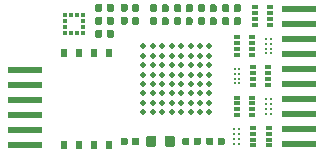
<source format=gbr>
G04 #@! TF.GenerationSoftware,KiCad,Pcbnew,(5.1.5-0-10_14)*
G04 #@! TF.CreationDate,2020-09-24T10:17:21-04:00*
G04 #@! TF.ProjectId,ESLO_RB,45534c4f-5f52-4422-9e6b-696361645f70,rev?*
G04 #@! TF.SameCoordinates,Original*
G04 #@! TF.FileFunction,Paste,Bot*
G04 #@! TF.FilePolarity,Positive*
%FSLAX46Y46*%
G04 Gerber Fmt 4.6, Leading zero omitted, Abs format (unit mm)*
G04 Created by KiCad (PCBNEW (5.1.5-0-10_14)) date 2020-09-24 10:17:21*
%MOMM*%
%LPD*%
G04 APERTURE LIST*
%ADD10C,0.100000*%
%ADD11R,0.560000X0.300000*%
%ADD12R,0.150000X0.220000*%
%ADD13R,3.000000X0.600000*%
%ADD14R,0.500000X0.650000*%
%ADD15R,0.375000X0.350000*%
%ADD16R,0.350000X0.375000*%
%ADD17C,0.500000*%
G04 APERTURE END LIST*
D10*
G36*
X138381958Y-90105710D02*
G01*
X138396276Y-90107834D01*
X138410317Y-90111351D01*
X138423946Y-90116228D01*
X138437031Y-90122417D01*
X138449447Y-90129858D01*
X138461073Y-90138481D01*
X138471798Y-90148202D01*
X138481519Y-90158927D01*
X138490142Y-90170553D01*
X138497583Y-90182969D01*
X138503772Y-90196054D01*
X138508649Y-90209683D01*
X138512166Y-90223724D01*
X138514290Y-90238042D01*
X138515000Y-90252500D01*
X138515000Y-90597500D01*
X138514290Y-90611958D01*
X138512166Y-90626276D01*
X138508649Y-90640317D01*
X138503772Y-90653946D01*
X138497583Y-90667031D01*
X138490142Y-90679447D01*
X138481519Y-90691073D01*
X138471798Y-90701798D01*
X138461073Y-90711519D01*
X138449447Y-90720142D01*
X138437031Y-90727583D01*
X138423946Y-90733772D01*
X138410317Y-90738649D01*
X138396276Y-90742166D01*
X138381958Y-90744290D01*
X138367500Y-90745000D01*
X138072500Y-90745000D01*
X138058042Y-90744290D01*
X138043724Y-90742166D01*
X138029683Y-90738649D01*
X138016054Y-90733772D01*
X138002969Y-90727583D01*
X137990553Y-90720142D01*
X137978927Y-90711519D01*
X137968202Y-90701798D01*
X137958481Y-90691073D01*
X137949858Y-90679447D01*
X137942417Y-90667031D01*
X137936228Y-90653946D01*
X137931351Y-90640317D01*
X137927834Y-90626276D01*
X137925710Y-90611958D01*
X137925000Y-90597500D01*
X137925000Y-90252500D01*
X137925710Y-90238042D01*
X137927834Y-90223724D01*
X137931351Y-90209683D01*
X137936228Y-90196054D01*
X137942417Y-90182969D01*
X137949858Y-90170553D01*
X137958481Y-90158927D01*
X137968202Y-90148202D01*
X137978927Y-90138481D01*
X137990553Y-90129858D01*
X138002969Y-90122417D01*
X138016054Y-90116228D01*
X138029683Y-90111351D01*
X138043724Y-90107834D01*
X138058042Y-90105710D01*
X138072500Y-90105000D01*
X138367500Y-90105000D01*
X138381958Y-90105710D01*
G37*
G36*
X137411958Y-90105710D02*
G01*
X137426276Y-90107834D01*
X137440317Y-90111351D01*
X137453946Y-90116228D01*
X137467031Y-90122417D01*
X137479447Y-90129858D01*
X137491073Y-90138481D01*
X137501798Y-90148202D01*
X137511519Y-90158927D01*
X137520142Y-90170553D01*
X137527583Y-90182969D01*
X137533772Y-90196054D01*
X137538649Y-90209683D01*
X137542166Y-90223724D01*
X137544290Y-90238042D01*
X137545000Y-90252500D01*
X137545000Y-90597500D01*
X137544290Y-90611958D01*
X137542166Y-90626276D01*
X137538649Y-90640317D01*
X137533772Y-90653946D01*
X137527583Y-90667031D01*
X137520142Y-90679447D01*
X137511519Y-90691073D01*
X137501798Y-90701798D01*
X137491073Y-90711519D01*
X137479447Y-90720142D01*
X137467031Y-90727583D01*
X137453946Y-90733772D01*
X137440317Y-90738649D01*
X137426276Y-90742166D01*
X137411958Y-90744290D01*
X137397500Y-90745000D01*
X137102500Y-90745000D01*
X137088042Y-90744290D01*
X137073724Y-90742166D01*
X137059683Y-90738649D01*
X137046054Y-90733772D01*
X137032969Y-90727583D01*
X137020553Y-90720142D01*
X137008927Y-90711519D01*
X136998202Y-90701798D01*
X136988481Y-90691073D01*
X136979858Y-90679447D01*
X136972417Y-90667031D01*
X136966228Y-90653946D01*
X136961351Y-90640317D01*
X136957834Y-90626276D01*
X136955710Y-90611958D01*
X136955000Y-90597500D01*
X136955000Y-90252500D01*
X136955710Y-90238042D01*
X136957834Y-90223724D01*
X136961351Y-90209683D01*
X136966228Y-90196054D01*
X136972417Y-90182969D01*
X136979858Y-90170553D01*
X136988481Y-90158927D01*
X136998202Y-90148202D01*
X137008927Y-90138481D01*
X137020553Y-90129858D01*
X137032969Y-90122417D01*
X137046054Y-90116228D01*
X137059683Y-90111351D01*
X137073724Y-90107834D01*
X137088042Y-90105710D01*
X137102500Y-90105000D01*
X137397500Y-90105000D01*
X137411958Y-90105710D01*
G37*
G36*
X138381958Y-91205710D02*
G01*
X138396276Y-91207834D01*
X138410317Y-91211351D01*
X138423946Y-91216228D01*
X138437031Y-91222417D01*
X138449447Y-91229858D01*
X138461073Y-91238481D01*
X138471798Y-91248202D01*
X138481519Y-91258927D01*
X138490142Y-91270553D01*
X138497583Y-91282969D01*
X138503772Y-91296054D01*
X138508649Y-91309683D01*
X138512166Y-91323724D01*
X138514290Y-91338042D01*
X138515000Y-91352500D01*
X138515000Y-91697500D01*
X138514290Y-91711958D01*
X138512166Y-91726276D01*
X138508649Y-91740317D01*
X138503772Y-91753946D01*
X138497583Y-91767031D01*
X138490142Y-91779447D01*
X138481519Y-91791073D01*
X138471798Y-91801798D01*
X138461073Y-91811519D01*
X138449447Y-91820142D01*
X138437031Y-91827583D01*
X138423946Y-91833772D01*
X138410317Y-91838649D01*
X138396276Y-91842166D01*
X138381958Y-91844290D01*
X138367500Y-91845000D01*
X138072500Y-91845000D01*
X138058042Y-91844290D01*
X138043724Y-91842166D01*
X138029683Y-91838649D01*
X138016054Y-91833772D01*
X138002969Y-91827583D01*
X137990553Y-91820142D01*
X137978927Y-91811519D01*
X137968202Y-91801798D01*
X137958481Y-91791073D01*
X137949858Y-91779447D01*
X137942417Y-91767031D01*
X137936228Y-91753946D01*
X137931351Y-91740317D01*
X137927834Y-91726276D01*
X137925710Y-91711958D01*
X137925000Y-91697500D01*
X137925000Y-91352500D01*
X137925710Y-91338042D01*
X137927834Y-91323724D01*
X137931351Y-91309683D01*
X137936228Y-91296054D01*
X137942417Y-91282969D01*
X137949858Y-91270553D01*
X137958481Y-91258927D01*
X137968202Y-91248202D01*
X137978927Y-91238481D01*
X137990553Y-91229858D01*
X138002969Y-91222417D01*
X138016054Y-91216228D01*
X138029683Y-91211351D01*
X138043724Y-91207834D01*
X138058042Y-91205710D01*
X138072500Y-91205000D01*
X138367500Y-91205000D01*
X138381958Y-91205710D01*
G37*
G36*
X137411958Y-91205710D02*
G01*
X137426276Y-91207834D01*
X137440317Y-91211351D01*
X137453946Y-91216228D01*
X137467031Y-91222417D01*
X137479447Y-91229858D01*
X137491073Y-91238481D01*
X137501798Y-91248202D01*
X137511519Y-91258927D01*
X137520142Y-91270553D01*
X137527583Y-91282969D01*
X137533772Y-91296054D01*
X137538649Y-91309683D01*
X137542166Y-91323724D01*
X137544290Y-91338042D01*
X137545000Y-91352500D01*
X137545000Y-91697500D01*
X137544290Y-91711958D01*
X137542166Y-91726276D01*
X137538649Y-91740317D01*
X137533772Y-91753946D01*
X137527583Y-91767031D01*
X137520142Y-91779447D01*
X137511519Y-91791073D01*
X137501798Y-91801798D01*
X137491073Y-91811519D01*
X137479447Y-91820142D01*
X137467031Y-91827583D01*
X137453946Y-91833772D01*
X137440317Y-91838649D01*
X137426276Y-91842166D01*
X137411958Y-91844290D01*
X137397500Y-91845000D01*
X137102500Y-91845000D01*
X137088042Y-91844290D01*
X137073724Y-91842166D01*
X137059683Y-91838649D01*
X137046054Y-91833772D01*
X137032969Y-91827583D01*
X137020553Y-91820142D01*
X137008927Y-91811519D01*
X136998202Y-91801798D01*
X136988481Y-91791073D01*
X136979858Y-91779447D01*
X136972417Y-91767031D01*
X136966228Y-91753946D01*
X136961351Y-91740317D01*
X136957834Y-91726276D01*
X136955710Y-91711958D01*
X136955000Y-91697500D01*
X136955000Y-91352500D01*
X136955710Y-91338042D01*
X136957834Y-91323724D01*
X136961351Y-91309683D01*
X136966228Y-91296054D01*
X136972417Y-91282969D01*
X136979858Y-91270553D01*
X136988481Y-91258927D01*
X136998202Y-91248202D01*
X137008927Y-91238481D01*
X137020553Y-91229858D01*
X137032969Y-91222417D01*
X137046054Y-91216228D01*
X137059683Y-91211351D01*
X137073724Y-91207834D01*
X137088042Y-91205710D01*
X137102500Y-91205000D01*
X137397500Y-91205000D01*
X137411958Y-91205710D01*
G37*
D11*
X145800000Y-90350000D03*
X147120000Y-90350000D03*
X145800000Y-90850000D03*
X147120000Y-90850000D03*
X145800000Y-91350000D03*
X147120000Y-91350000D03*
X145800000Y-91850000D03*
X147120000Y-91850000D03*
D12*
X144075000Y-100700000D03*
X144475000Y-100700000D03*
X144075000Y-101100000D03*
X144475000Y-101100000D03*
X144075000Y-101500000D03*
X144475000Y-101500000D03*
X144075000Y-101900000D03*
X144475000Y-101900000D03*
X147150000Y-99350000D03*
X146750000Y-99350000D03*
X147150000Y-98950000D03*
X146750000Y-98950000D03*
X147150000Y-98550000D03*
X146750000Y-98550000D03*
X147150000Y-98150000D03*
X146750000Y-98150000D03*
X144100000Y-95600000D03*
X144500000Y-95600000D03*
X144100000Y-96000000D03*
X144500000Y-96000000D03*
X144100000Y-96400000D03*
X144500000Y-96400000D03*
X144100000Y-96800000D03*
X144500000Y-96800000D03*
X147150000Y-94250000D03*
X146750000Y-94250000D03*
X147150000Y-93850000D03*
X146750000Y-93850000D03*
X147150000Y-93450000D03*
X146750000Y-93450000D03*
X147150000Y-93050000D03*
X146750000Y-93050000D03*
D11*
X145595000Y-99500000D03*
X144275000Y-99500000D03*
X145595000Y-99000000D03*
X144275000Y-99000000D03*
X145595000Y-98500000D03*
X144275000Y-98500000D03*
X145595000Y-98000000D03*
X144275000Y-98000000D03*
X146985000Y-102050000D03*
X145665000Y-102050000D03*
X146985000Y-101550000D03*
X145665000Y-101550000D03*
X146985000Y-101050000D03*
X145665000Y-101050000D03*
X146985000Y-100550000D03*
X145665000Y-100550000D03*
X145600000Y-94400000D03*
X144280000Y-94400000D03*
X145600000Y-93900000D03*
X144280000Y-93900000D03*
X145600000Y-93400000D03*
X144280000Y-93400000D03*
X145600000Y-92900000D03*
X144280000Y-92900000D03*
X146960000Y-96950000D03*
X145640000Y-96950000D03*
X146960000Y-96450000D03*
X145640000Y-96450000D03*
X146960000Y-95950000D03*
X145640000Y-95950000D03*
X146960000Y-95450000D03*
X145640000Y-95450000D03*
D10*
G36*
X143526958Y-91205710D02*
G01*
X143541276Y-91207834D01*
X143555317Y-91211351D01*
X143568946Y-91216228D01*
X143582031Y-91222417D01*
X143594447Y-91229858D01*
X143606073Y-91238481D01*
X143616798Y-91248202D01*
X143626519Y-91258927D01*
X143635142Y-91270553D01*
X143642583Y-91282969D01*
X143648772Y-91296054D01*
X143653649Y-91309683D01*
X143657166Y-91323724D01*
X143659290Y-91338042D01*
X143660000Y-91352500D01*
X143660000Y-91697500D01*
X143659290Y-91711958D01*
X143657166Y-91726276D01*
X143653649Y-91740317D01*
X143648772Y-91753946D01*
X143642583Y-91767031D01*
X143635142Y-91779447D01*
X143626519Y-91791073D01*
X143616798Y-91801798D01*
X143606073Y-91811519D01*
X143594447Y-91820142D01*
X143582031Y-91827583D01*
X143568946Y-91833772D01*
X143555317Y-91838649D01*
X143541276Y-91842166D01*
X143526958Y-91844290D01*
X143512500Y-91845000D01*
X143217500Y-91845000D01*
X143203042Y-91844290D01*
X143188724Y-91842166D01*
X143174683Y-91838649D01*
X143161054Y-91833772D01*
X143147969Y-91827583D01*
X143135553Y-91820142D01*
X143123927Y-91811519D01*
X143113202Y-91801798D01*
X143103481Y-91791073D01*
X143094858Y-91779447D01*
X143087417Y-91767031D01*
X143081228Y-91753946D01*
X143076351Y-91740317D01*
X143072834Y-91726276D01*
X143070710Y-91711958D01*
X143070000Y-91697500D01*
X143070000Y-91352500D01*
X143070710Y-91338042D01*
X143072834Y-91323724D01*
X143076351Y-91309683D01*
X143081228Y-91296054D01*
X143087417Y-91282969D01*
X143094858Y-91270553D01*
X143103481Y-91258927D01*
X143113202Y-91248202D01*
X143123927Y-91238481D01*
X143135553Y-91229858D01*
X143147969Y-91222417D01*
X143161054Y-91216228D01*
X143174683Y-91211351D01*
X143188724Y-91207834D01*
X143203042Y-91205710D01*
X143217500Y-91205000D01*
X143512500Y-91205000D01*
X143526958Y-91205710D01*
G37*
G36*
X144496958Y-91205710D02*
G01*
X144511276Y-91207834D01*
X144525317Y-91211351D01*
X144538946Y-91216228D01*
X144552031Y-91222417D01*
X144564447Y-91229858D01*
X144576073Y-91238481D01*
X144586798Y-91248202D01*
X144596519Y-91258927D01*
X144605142Y-91270553D01*
X144612583Y-91282969D01*
X144618772Y-91296054D01*
X144623649Y-91309683D01*
X144627166Y-91323724D01*
X144629290Y-91338042D01*
X144630000Y-91352500D01*
X144630000Y-91697500D01*
X144629290Y-91711958D01*
X144627166Y-91726276D01*
X144623649Y-91740317D01*
X144618772Y-91753946D01*
X144612583Y-91767031D01*
X144605142Y-91779447D01*
X144596519Y-91791073D01*
X144586798Y-91801798D01*
X144576073Y-91811519D01*
X144564447Y-91820142D01*
X144552031Y-91827583D01*
X144538946Y-91833772D01*
X144525317Y-91838649D01*
X144511276Y-91842166D01*
X144496958Y-91844290D01*
X144482500Y-91845000D01*
X144187500Y-91845000D01*
X144173042Y-91844290D01*
X144158724Y-91842166D01*
X144144683Y-91838649D01*
X144131054Y-91833772D01*
X144117969Y-91827583D01*
X144105553Y-91820142D01*
X144093927Y-91811519D01*
X144083202Y-91801798D01*
X144073481Y-91791073D01*
X144064858Y-91779447D01*
X144057417Y-91767031D01*
X144051228Y-91753946D01*
X144046351Y-91740317D01*
X144042834Y-91726276D01*
X144040710Y-91711958D01*
X144040000Y-91697500D01*
X144040000Y-91352500D01*
X144040710Y-91338042D01*
X144042834Y-91323724D01*
X144046351Y-91309683D01*
X144051228Y-91296054D01*
X144057417Y-91282969D01*
X144064858Y-91270553D01*
X144073481Y-91258927D01*
X144083202Y-91248202D01*
X144093927Y-91238481D01*
X144105553Y-91229858D01*
X144117969Y-91222417D01*
X144131054Y-91216228D01*
X144144683Y-91211351D01*
X144158724Y-91207834D01*
X144173042Y-91205710D01*
X144187500Y-91205000D01*
X144482500Y-91205000D01*
X144496958Y-91205710D01*
G37*
D13*
X149600000Y-90485000D03*
X149600000Y-91755000D03*
X149600000Y-93025000D03*
X149600000Y-94295000D03*
X149600000Y-95565000D03*
X149600000Y-96835000D03*
X149600000Y-98105000D03*
X149600000Y-99375000D03*
X149600000Y-100645000D03*
X149600000Y-101915000D03*
X126400000Y-95625000D03*
X126400000Y-96895000D03*
X126400000Y-98165000D03*
X126400000Y-99435000D03*
X126400000Y-100705000D03*
X126400000Y-101975000D03*
D14*
X133505000Y-94225000D03*
X133505000Y-101975000D03*
X132235000Y-94225000D03*
X132235000Y-101975000D03*
X130965000Y-94225000D03*
X130965000Y-101975000D03*
X129695000Y-94225000D03*
X129695000Y-101975000D03*
D15*
X129775000Y-91500000D03*
X129775000Y-92000000D03*
X131300000Y-92000000D03*
X131300000Y-91500000D03*
D16*
X129787500Y-92512500D03*
X129787500Y-90987500D03*
X131287500Y-92512500D03*
X131287500Y-90987500D03*
X130787500Y-92512500D03*
X130287500Y-92512500D03*
X130787500Y-90987500D03*
X130287500Y-90987500D03*
D17*
X136375000Y-99250000D03*
X136375000Y-98450000D03*
X136375000Y-97650000D03*
X136375000Y-96850000D03*
X136375000Y-96050000D03*
X136375000Y-95250000D03*
X136375000Y-94450000D03*
X136375000Y-93650000D03*
X137175000Y-99250000D03*
X137175000Y-98450000D03*
X137175000Y-97650000D03*
X137175000Y-96850000D03*
X137175000Y-96050000D03*
X137175000Y-95250000D03*
X137175000Y-94450000D03*
X137175000Y-93650000D03*
X137975000Y-99250000D03*
X137975000Y-98450000D03*
X137975000Y-97650000D03*
X137975000Y-96850000D03*
X137975000Y-96050000D03*
X137975000Y-95250000D03*
X137975000Y-94450000D03*
X137975000Y-93650000D03*
X138775000Y-99250000D03*
X138775000Y-98450000D03*
X138775000Y-97650000D03*
X138775000Y-96850000D03*
X138775000Y-96050000D03*
X138775000Y-95250000D03*
X138775000Y-94450000D03*
X138775000Y-93650000D03*
X139575000Y-99250000D03*
X139575000Y-98450000D03*
X139575000Y-97650000D03*
X139575000Y-96850000D03*
X139575000Y-96050000D03*
X139575000Y-95250000D03*
X139575000Y-94450000D03*
X139575000Y-93650000D03*
X140375000Y-99250000D03*
X140375000Y-98450000D03*
X140375000Y-97650000D03*
X140375000Y-96850000D03*
X140375000Y-96050000D03*
X140375000Y-95250000D03*
X140375000Y-94450000D03*
X140375000Y-93650000D03*
X141175000Y-99250000D03*
X141175000Y-98450000D03*
X141175000Y-97650000D03*
X141175000Y-96850000D03*
X141175000Y-96050000D03*
X141175000Y-95250000D03*
X141175000Y-94450000D03*
X141175000Y-93650000D03*
X141975000Y-99250000D03*
X141975000Y-98450000D03*
X141975000Y-97650000D03*
X141975000Y-96850000D03*
X141975000Y-96050000D03*
X141975000Y-95250000D03*
X141975000Y-94450000D03*
X141975000Y-93650000D03*
D10*
G36*
X144496958Y-90105710D02*
G01*
X144511276Y-90107834D01*
X144525317Y-90111351D01*
X144538946Y-90116228D01*
X144552031Y-90122417D01*
X144564447Y-90129858D01*
X144576073Y-90138481D01*
X144586798Y-90148202D01*
X144596519Y-90158927D01*
X144605142Y-90170553D01*
X144612583Y-90182969D01*
X144618772Y-90196054D01*
X144623649Y-90209683D01*
X144627166Y-90223724D01*
X144629290Y-90238042D01*
X144630000Y-90252500D01*
X144630000Y-90597500D01*
X144629290Y-90611958D01*
X144627166Y-90626276D01*
X144623649Y-90640317D01*
X144618772Y-90653946D01*
X144612583Y-90667031D01*
X144605142Y-90679447D01*
X144596519Y-90691073D01*
X144586798Y-90701798D01*
X144576073Y-90711519D01*
X144564447Y-90720142D01*
X144552031Y-90727583D01*
X144538946Y-90733772D01*
X144525317Y-90738649D01*
X144511276Y-90742166D01*
X144496958Y-90744290D01*
X144482500Y-90745000D01*
X144187500Y-90745000D01*
X144173042Y-90744290D01*
X144158724Y-90742166D01*
X144144683Y-90738649D01*
X144131054Y-90733772D01*
X144117969Y-90727583D01*
X144105553Y-90720142D01*
X144093927Y-90711519D01*
X144083202Y-90701798D01*
X144073481Y-90691073D01*
X144064858Y-90679447D01*
X144057417Y-90667031D01*
X144051228Y-90653946D01*
X144046351Y-90640317D01*
X144042834Y-90626276D01*
X144040710Y-90611958D01*
X144040000Y-90597500D01*
X144040000Y-90252500D01*
X144040710Y-90238042D01*
X144042834Y-90223724D01*
X144046351Y-90209683D01*
X144051228Y-90196054D01*
X144057417Y-90182969D01*
X144064858Y-90170553D01*
X144073481Y-90158927D01*
X144083202Y-90148202D01*
X144093927Y-90138481D01*
X144105553Y-90129858D01*
X144117969Y-90122417D01*
X144131054Y-90116228D01*
X144144683Y-90111351D01*
X144158724Y-90107834D01*
X144173042Y-90105710D01*
X144187500Y-90105000D01*
X144482500Y-90105000D01*
X144496958Y-90105710D01*
G37*
G36*
X143526958Y-90105710D02*
G01*
X143541276Y-90107834D01*
X143555317Y-90111351D01*
X143568946Y-90116228D01*
X143582031Y-90122417D01*
X143594447Y-90129858D01*
X143606073Y-90138481D01*
X143616798Y-90148202D01*
X143626519Y-90158927D01*
X143635142Y-90170553D01*
X143642583Y-90182969D01*
X143648772Y-90196054D01*
X143653649Y-90209683D01*
X143657166Y-90223724D01*
X143659290Y-90238042D01*
X143660000Y-90252500D01*
X143660000Y-90597500D01*
X143659290Y-90611958D01*
X143657166Y-90626276D01*
X143653649Y-90640317D01*
X143648772Y-90653946D01*
X143642583Y-90667031D01*
X143635142Y-90679447D01*
X143626519Y-90691073D01*
X143616798Y-90701798D01*
X143606073Y-90711519D01*
X143594447Y-90720142D01*
X143582031Y-90727583D01*
X143568946Y-90733772D01*
X143555317Y-90738649D01*
X143541276Y-90742166D01*
X143526958Y-90744290D01*
X143512500Y-90745000D01*
X143217500Y-90745000D01*
X143203042Y-90744290D01*
X143188724Y-90742166D01*
X143174683Y-90738649D01*
X143161054Y-90733772D01*
X143147969Y-90727583D01*
X143135553Y-90720142D01*
X143123927Y-90711519D01*
X143113202Y-90701798D01*
X143103481Y-90691073D01*
X143094858Y-90679447D01*
X143087417Y-90667031D01*
X143081228Y-90653946D01*
X143076351Y-90640317D01*
X143072834Y-90626276D01*
X143070710Y-90611958D01*
X143070000Y-90597500D01*
X143070000Y-90252500D01*
X143070710Y-90238042D01*
X143072834Y-90223724D01*
X143076351Y-90209683D01*
X143081228Y-90196054D01*
X143087417Y-90182969D01*
X143094858Y-90170553D01*
X143103481Y-90158927D01*
X143113202Y-90148202D01*
X143123927Y-90138481D01*
X143135553Y-90129858D01*
X143147969Y-90122417D01*
X143161054Y-90116228D01*
X143174683Y-90111351D01*
X143188724Y-90107834D01*
X143203042Y-90105710D01*
X143217500Y-90105000D01*
X143512500Y-90105000D01*
X143526958Y-90105710D01*
G37*
G36*
X134911958Y-91180710D02*
G01*
X134926276Y-91182834D01*
X134940317Y-91186351D01*
X134953946Y-91191228D01*
X134967031Y-91197417D01*
X134979447Y-91204858D01*
X134991073Y-91213481D01*
X135001798Y-91223202D01*
X135011519Y-91233927D01*
X135020142Y-91245553D01*
X135027583Y-91257969D01*
X135033772Y-91271054D01*
X135038649Y-91284683D01*
X135042166Y-91298724D01*
X135044290Y-91313042D01*
X135045000Y-91327500D01*
X135045000Y-91672500D01*
X135044290Y-91686958D01*
X135042166Y-91701276D01*
X135038649Y-91715317D01*
X135033772Y-91728946D01*
X135027583Y-91742031D01*
X135020142Y-91754447D01*
X135011519Y-91766073D01*
X135001798Y-91776798D01*
X134991073Y-91786519D01*
X134979447Y-91795142D01*
X134967031Y-91802583D01*
X134953946Y-91808772D01*
X134940317Y-91813649D01*
X134926276Y-91817166D01*
X134911958Y-91819290D01*
X134897500Y-91820000D01*
X134602500Y-91820000D01*
X134588042Y-91819290D01*
X134573724Y-91817166D01*
X134559683Y-91813649D01*
X134546054Y-91808772D01*
X134532969Y-91802583D01*
X134520553Y-91795142D01*
X134508927Y-91786519D01*
X134498202Y-91776798D01*
X134488481Y-91766073D01*
X134479858Y-91754447D01*
X134472417Y-91742031D01*
X134466228Y-91728946D01*
X134461351Y-91715317D01*
X134457834Y-91701276D01*
X134455710Y-91686958D01*
X134455000Y-91672500D01*
X134455000Y-91327500D01*
X134455710Y-91313042D01*
X134457834Y-91298724D01*
X134461351Y-91284683D01*
X134466228Y-91271054D01*
X134472417Y-91257969D01*
X134479858Y-91245553D01*
X134488481Y-91233927D01*
X134498202Y-91223202D01*
X134508927Y-91213481D01*
X134520553Y-91204858D01*
X134532969Y-91197417D01*
X134546054Y-91191228D01*
X134559683Y-91186351D01*
X134573724Y-91182834D01*
X134588042Y-91180710D01*
X134602500Y-91180000D01*
X134897500Y-91180000D01*
X134911958Y-91180710D01*
G37*
G36*
X135881958Y-91180710D02*
G01*
X135896276Y-91182834D01*
X135910317Y-91186351D01*
X135923946Y-91191228D01*
X135937031Y-91197417D01*
X135949447Y-91204858D01*
X135961073Y-91213481D01*
X135971798Y-91223202D01*
X135981519Y-91233927D01*
X135990142Y-91245553D01*
X135997583Y-91257969D01*
X136003772Y-91271054D01*
X136008649Y-91284683D01*
X136012166Y-91298724D01*
X136014290Y-91313042D01*
X136015000Y-91327500D01*
X136015000Y-91672500D01*
X136014290Y-91686958D01*
X136012166Y-91701276D01*
X136008649Y-91715317D01*
X136003772Y-91728946D01*
X135997583Y-91742031D01*
X135990142Y-91754447D01*
X135981519Y-91766073D01*
X135971798Y-91776798D01*
X135961073Y-91786519D01*
X135949447Y-91795142D01*
X135937031Y-91802583D01*
X135923946Y-91808772D01*
X135910317Y-91813649D01*
X135896276Y-91817166D01*
X135881958Y-91819290D01*
X135867500Y-91820000D01*
X135572500Y-91820000D01*
X135558042Y-91819290D01*
X135543724Y-91817166D01*
X135529683Y-91813649D01*
X135516054Y-91808772D01*
X135502969Y-91802583D01*
X135490553Y-91795142D01*
X135478927Y-91786519D01*
X135468202Y-91776798D01*
X135458481Y-91766073D01*
X135449858Y-91754447D01*
X135442417Y-91742031D01*
X135436228Y-91728946D01*
X135431351Y-91715317D01*
X135427834Y-91701276D01*
X135425710Y-91686958D01*
X135425000Y-91672500D01*
X135425000Y-91327500D01*
X135425710Y-91313042D01*
X135427834Y-91298724D01*
X135431351Y-91284683D01*
X135436228Y-91271054D01*
X135442417Y-91257969D01*
X135449858Y-91245553D01*
X135458481Y-91233927D01*
X135468202Y-91223202D01*
X135478927Y-91213481D01*
X135490553Y-91204858D01*
X135502969Y-91197417D01*
X135516054Y-91191228D01*
X135529683Y-91186351D01*
X135543724Y-91182834D01*
X135558042Y-91180710D01*
X135572500Y-91180000D01*
X135867500Y-91180000D01*
X135881958Y-91180710D01*
G37*
G36*
X134911958Y-90080710D02*
G01*
X134926276Y-90082834D01*
X134940317Y-90086351D01*
X134953946Y-90091228D01*
X134967031Y-90097417D01*
X134979447Y-90104858D01*
X134991073Y-90113481D01*
X135001798Y-90123202D01*
X135011519Y-90133927D01*
X135020142Y-90145553D01*
X135027583Y-90157969D01*
X135033772Y-90171054D01*
X135038649Y-90184683D01*
X135042166Y-90198724D01*
X135044290Y-90213042D01*
X135045000Y-90227500D01*
X135045000Y-90572500D01*
X135044290Y-90586958D01*
X135042166Y-90601276D01*
X135038649Y-90615317D01*
X135033772Y-90628946D01*
X135027583Y-90642031D01*
X135020142Y-90654447D01*
X135011519Y-90666073D01*
X135001798Y-90676798D01*
X134991073Y-90686519D01*
X134979447Y-90695142D01*
X134967031Y-90702583D01*
X134953946Y-90708772D01*
X134940317Y-90713649D01*
X134926276Y-90717166D01*
X134911958Y-90719290D01*
X134897500Y-90720000D01*
X134602500Y-90720000D01*
X134588042Y-90719290D01*
X134573724Y-90717166D01*
X134559683Y-90713649D01*
X134546054Y-90708772D01*
X134532969Y-90702583D01*
X134520553Y-90695142D01*
X134508927Y-90686519D01*
X134498202Y-90676798D01*
X134488481Y-90666073D01*
X134479858Y-90654447D01*
X134472417Y-90642031D01*
X134466228Y-90628946D01*
X134461351Y-90615317D01*
X134457834Y-90601276D01*
X134455710Y-90586958D01*
X134455000Y-90572500D01*
X134455000Y-90227500D01*
X134455710Y-90213042D01*
X134457834Y-90198724D01*
X134461351Y-90184683D01*
X134466228Y-90171054D01*
X134472417Y-90157969D01*
X134479858Y-90145553D01*
X134488481Y-90133927D01*
X134498202Y-90123202D01*
X134508927Y-90113481D01*
X134520553Y-90104858D01*
X134532969Y-90097417D01*
X134546054Y-90091228D01*
X134559683Y-90086351D01*
X134573724Y-90082834D01*
X134588042Y-90080710D01*
X134602500Y-90080000D01*
X134897500Y-90080000D01*
X134911958Y-90080710D01*
G37*
G36*
X135881958Y-90080710D02*
G01*
X135896276Y-90082834D01*
X135910317Y-90086351D01*
X135923946Y-90091228D01*
X135937031Y-90097417D01*
X135949447Y-90104858D01*
X135961073Y-90113481D01*
X135971798Y-90123202D01*
X135981519Y-90133927D01*
X135990142Y-90145553D01*
X135997583Y-90157969D01*
X136003772Y-90171054D01*
X136008649Y-90184683D01*
X136012166Y-90198724D01*
X136014290Y-90213042D01*
X136015000Y-90227500D01*
X136015000Y-90572500D01*
X136014290Y-90586958D01*
X136012166Y-90601276D01*
X136008649Y-90615317D01*
X136003772Y-90628946D01*
X135997583Y-90642031D01*
X135990142Y-90654447D01*
X135981519Y-90666073D01*
X135971798Y-90676798D01*
X135961073Y-90686519D01*
X135949447Y-90695142D01*
X135937031Y-90702583D01*
X135923946Y-90708772D01*
X135910317Y-90713649D01*
X135896276Y-90717166D01*
X135881958Y-90719290D01*
X135867500Y-90720000D01*
X135572500Y-90720000D01*
X135558042Y-90719290D01*
X135543724Y-90717166D01*
X135529683Y-90713649D01*
X135516054Y-90708772D01*
X135502969Y-90702583D01*
X135490553Y-90695142D01*
X135478927Y-90686519D01*
X135468202Y-90676798D01*
X135458481Y-90666073D01*
X135449858Y-90654447D01*
X135442417Y-90642031D01*
X135436228Y-90628946D01*
X135431351Y-90615317D01*
X135427834Y-90601276D01*
X135425710Y-90586958D01*
X135425000Y-90572500D01*
X135425000Y-90227500D01*
X135425710Y-90213042D01*
X135427834Y-90198724D01*
X135431351Y-90184683D01*
X135436228Y-90171054D01*
X135442417Y-90157969D01*
X135449858Y-90145553D01*
X135458481Y-90133927D01*
X135468202Y-90123202D01*
X135478927Y-90113481D01*
X135490553Y-90104858D01*
X135502969Y-90097417D01*
X135516054Y-90091228D01*
X135529683Y-90086351D01*
X135543724Y-90082834D01*
X135558042Y-90080710D01*
X135572500Y-90080000D01*
X135867500Y-90080000D01*
X135881958Y-90080710D01*
G37*
G36*
X141476958Y-91205710D02*
G01*
X141491276Y-91207834D01*
X141505317Y-91211351D01*
X141518946Y-91216228D01*
X141532031Y-91222417D01*
X141544447Y-91229858D01*
X141556073Y-91238481D01*
X141566798Y-91248202D01*
X141576519Y-91258927D01*
X141585142Y-91270553D01*
X141592583Y-91282969D01*
X141598772Y-91296054D01*
X141603649Y-91309683D01*
X141607166Y-91323724D01*
X141609290Y-91338042D01*
X141610000Y-91352500D01*
X141610000Y-91697500D01*
X141609290Y-91711958D01*
X141607166Y-91726276D01*
X141603649Y-91740317D01*
X141598772Y-91753946D01*
X141592583Y-91767031D01*
X141585142Y-91779447D01*
X141576519Y-91791073D01*
X141566798Y-91801798D01*
X141556073Y-91811519D01*
X141544447Y-91820142D01*
X141532031Y-91827583D01*
X141518946Y-91833772D01*
X141505317Y-91838649D01*
X141491276Y-91842166D01*
X141476958Y-91844290D01*
X141462500Y-91845000D01*
X141167500Y-91845000D01*
X141153042Y-91844290D01*
X141138724Y-91842166D01*
X141124683Y-91838649D01*
X141111054Y-91833772D01*
X141097969Y-91827583D01*
X141085553Y-91820142D01*
X141073927Y-91811519D01*
X141063202Y-91801798D01*
X141053481Y-91791073D01*
X141044858Y-91779447D01*
X141037417Y-91767031D01*
X141031228Y-91753946D01*
X141026351Y-91740317D01*
X141022834Y-91726276D01*
X141020710Y-91711958D01*
X141020000Y-91697500D01*
X141020000Y-91352500D01*
X141020710Y-91338042D01*
X141022834Y-91323724D01*
X141026351Y-91309683D01*
X141031228Y-91296054D01*
X141037417Y-91282969D01*
X141044858Y-91270553D01*
X141053481Y-91258927D01*
X141063202Y-91248202D01*
X141073927Y-91238481D01*
X141085553Y-91229858D01*
X141097969Y-91222417D01*
X141111054Y-91216228D01*
X141124683Y-91211351D01*
X141138724Y-91207834D01*
X141153042Y-91205710D01*
X141167500Y-91205000D01*
X141462500Y-91205000D01*
X141476958Y-91205710D01*
G37*
G36*
X142446958Y-91205710D02*
G01*
X142461276Y-91207834D01*
X142475317Y-91211351D01*
X142488946Y-91216228D01*
X142502031Y-91222417D01*
X142514447Y-91229858D01*
X142526073Y-91238481D01*
X142536798Y-91248202D01*
X142546519Y-91258927D01*
X142555142Y-91270553D01*
X142562583Y-91282969D01*
X142568772Y-91296054D01*
X142573649Y-91309683D01*
X142577166Y-91323724D01*
X142579290Y-91338042D01*
X142580000Y-91352500D01*
X142580000Y-91697500D01*
X142579290Y-91711958D01*
X142577166Y-91726276D01*
X142573649Y-91740317D01*
X142568772Y-91753946D01*
X142562583Y-91767031D01*
X142555142Y-91779447D01*
X142546519Y-91791073D01*
X142536798Y-91801798D01*
X142526073Y-91811519D01*
X142514447Y-91820142D01*
X142502031Y-91827583D01*
X142488946Y-91833772D01*
X142475317Y-91838649D01*
X142461276Y-91842166D01*
X142446958Y-91844290D01*
X142432500Y-91845000D01*
X142137500Y-91845000D01*
X142123042Y-91844290D01*
X142108724Y-91842166D01*
X142094683Y-91838649D01*
X142081054Y-91833772D01*
X142067969Y-91827583D01*
X142055553Y-91820142D01*
X142043927Y-91811519D01*
X142033202Y-91801798D01*
X142023481Y-91791073D01*
X142014858Y-91779447D01*
X142007417Y-91767031D01*
X142001228Y-91753946D01*
X141996351Y-91740317D01*
X141992834Y-91726276D01*
X141990710Y-91711958D01*
X141990000Y-91697500D01*
X141990000Y-91352500D01*
X141990710Y-91338042D01*
X141992834Y-91323724D01*
X141996351Y-91309683D01*
X142001228Y-91296054D01*
X142007417Y-91282969D01*
X142014858Y-91270553D01*
X142023481Y-91258927D01*
X142033202Y-91248202D01*
X142043927Y-91238481D01*
X142055553Y-91229858D01*
X142067969Y-91222417D01*
X142081054Y-91216228D01*
X142094683Y-91211351D01*
X142108724Y-91207834D01*
X142123042Y-91205710D01*
X142137500Y-91205000D01*
X142432500Y-91205000D01*
X142446958Y-91205710D01*
G37*
G36*
X140421958Y-90105710D02*
G01*
X140436276Y-90107834D01*
X140450317Y-90111351D01*
X140463946Y-90116228D01*
X140477031Y-90122417D01*
X140489447Y-90129858D01*
X140501073Y-90138481D01*
X140511798Y-90148202D01*
X140521519Y-90158927D01*
X140530142Y-90170553D01*
X140537583Y-90182969D01*
X140543772Y-90196054D01*
X140548649Y-90209683D01*
X140552166Y-90223724D01*
X140554290Y-90238042D01*
X140555000Y-90252500D01*
X140555000Y-90597500D01*
X140554290Y-90611958D01*
X140552166Y-90626276D01*
X140548649Y-90640317D01*
X140543772Y-90653946D01*
X140537583Y-90667031D01*
X140530142Y-90679447D01*
X140521519Y-90691073D01*
X140511798Y-90701798D01*
X140501073Y-90711519D01*
X140489447Y-90720142D01*
X140477031Y-90727583D01*
X140463946Y-90733772D01*
X140450317Y-90738649D01*
X140436276Y-90742166D01*
X140421958Y-90744290D01*
X140407500Y-90745000D01*
X140112500Y-90745000D01*
X140098042Y-90744290D01*
X140083724Y-90742166D01*
X140069683Y-90738649D01*
X140056054Y-90733772D01*
X140042969Y-90727583D01*
X140030553Y-90720142D01*
X140018927Y-90711519D01*
X140008202Y-90701798D01*
X139998481Y-90691073D01*
X139989858Y-90679447D01*
X139982417Y-90667031D01*
X139976228Y-90653946D01*
X139971351Y-90640317D01*
X139967834Y-90626276D01*
X139965710Y-90611958D01*
X139965000Y-90597500D01*
X139965000Y-90252500D01*
X139965710Y-90238042D01*
X139967834Y-90223724D01*
X139971351Y-90209683D01*
X139976228Y-90196054D01*
X139982417Y-90182969D01*
X139989858Y-90170553D01*
X139998481Y-90158927D01*
X140008202Y-90148202D01*
X140018927Y-90138481D01*
X140030553Y-90129858D01*
X140042969Y-90122417D01*
X140056054Y-90116228D01*
X140069683Y-90111351D01*
X140083724Y-90107834D01*
X140098042Y-90105710D01*
X140112500Y-90105000D01*
X140407500Y-90105000D01*
X140421958Y-90105710D01*
G37*
G36*
X139451958Y-90105710D02*
G01*
X139466276Y-90107834D01*
X139480317Y-90111351D01*
X139493946Y-90116228D01*
X139507031Y-90122417D01*
X139519447Y-90129858D01*
X139531073Y-90138481D01*
X139541798Y-90148202D01*
X139551519Y-90158927D01*
X139560142Y-90170553D01*
X139567583Y-90182969D01*
X139573772Y-90196054D01*
X139578649Y-90209683D01*
X139582166Y-90223724D01*
X139584290Y-90238042D01*
X139585000Y-90252500D01*
X139585000Y-90597500D01*
X139584290Y-90611958D01*
X139582166Y-90626276D01*
X139578649Y-90640317D01*
X139573772Y-90653946D01*
X139567583Y-90667031D01*
X139560142Y-90679447D01*
X139551519Y-90691073D01*
X139541798Y-90701798D01*
X139531073Y-90711519D01*
X139519447Y-90720142D01*
X139507031Y-90727583D01*
X139493946Y-90733772D01*
X139480317Y-90738649D01*
X139466276Y-90742166D01*
X139451958Y-90744290D01*
X139437500Y-90745000D01*
X139142500Y-90745000D01*
X139128042Y-90744290D01*
X139113724Y-90742166D01*
X139099683Y-90738649D01*
X139086054Y-90733772D01*
X139072969Y-90727583D01*
X139060553Y-90720142D01*
X139048927Y-90711519D01*
X139038202Y-90701798D01*
X139028481Y-90691073D01*
X139019858Y-90679447D01*
X139012417Y-90667031D01*
X139006228Y-90653946D01*
X139001351Y-90640317D01*
X138997834Y-90626276D01*
X138995710Y-90611958D01*
X138995000Y-90597500D01*
X138995000Y-90252500D01*
X138995710Y-90238042D01*
X138997834Y-90223724D01*
X139001351Y-90209683D01*
X139006228Y-90196054D01*
X139012417Y-90182969D01*
X139019858Y-90170553D01*
X139028481Y-90158927D01*
X139038202Y-90148202D01*
X139048927Y-90138481D01*
X139060553Y-90129858D01*
X139072969Y-90122417D01*
X139086054Y-90116228D01*
X139099683Y-90111351D01*
X139113724Y-90107834D01*
X139128042Y-90105710D01*
X139142500Y-90105000D01*
X139437500Y-90105000D01*
X139451958Y-90105710D01*
G37*
G36*
X140411958Y-91205710D02*
G01*
X140426276Y-91207834D01*
X140440317Y-91211351D01*
X140453946Y-91216228D01*
X140467031Y-91222417D01*
X140479447Y-91229858D01*
X140491073Y-91238481D01*
X140501798Y-91248202D01*
X140511519Y-91258927D01*
X140520142Y-91270553D01*
X140527583Y-91282969D01*
X140533772Y-91296054D01*
X140538649Y-91309683D01*
X140542166Y-91323724D01*
X140544290Y-91338042D01*
X140545000Y-91352500D01*
X140545000Y-91697500D01*
X140544290Y-91711958D01*
X140542166Y-91726276D01*
X140538649Y-91740317D01*
X140533772Y-91753946D01*
X140527583Y-91767031D01*
X140520142Y-91779447D01*
X140511519Y-91791073D01*
X140501798Y-91801798D01*
X140491073Y-91811519D01*
X140479447Y-91820142D01*
X140467031Y-91827583D01*
X140453946Y-91833772D01*
X140440317Y-91838649D01*
X140426276Y-91842166D01*
X140411958Y-91844290D01*
X140397500Y-91845000D01*
X140102500Y-91845000D01*
X140088042Y-91844290D01*
X140073724Y-91842166D01*
X140059683Y-91838649D01*
X140046054Y-91833772D01*
X140032969Y-91827583D01*
X140020553Y-91820142D01*
X140008927Y-91811519D01*
X139998202Y-91801798D01*
X139988481Y-91791073D01*
X139979858Y-91779447D01*
X139972417Y-91767031D01*
X139966228Y-91753946D01*
X139961351Y-91740317D01*
X139957834Y-91726276D01*
X139955710Y-91711958D01*
X139955000Y-91697500D01*
X139955000Y-91352500D01*
X139955710Y-91338042D01*
X139957834Y-91323724D01*
X139961351Y-91309683D01*
X139966228Y-91296054D01*
X139972417Y-91282969D01*
X139979858Y-91270553D01*
X139988481Y-91258927D01*
X139998202Y-91248202D01*
X140008927Y-91238481D01*
X140020553Y-91229858D01*
X140032969Y-91222417D01*
X140046054Y-91216228D01*
X140059683Y-91211351D01*
X140073724Y-91207834D01*
X140088042Y-91205710D01*
X140102500Y-91205000D01*
X140397500Y-91205000D01*
X140411958Y-91205710D01*
G37*
G36*
X139441958Y-91205710D02*
G01*
X139456276Y-91207834D01*
X139470317Y-91211351D01*
X139483946Y-91216228D01*
X139497031Y-91222417D01*
X139509447Y-91229858D01*
X139521073Y-91238481D01*
X139531798Y-91248202D01*
X139541519Y-91258927D01*
X139550142Y-91270553D01*
X139557583Y-91282969D01*
X139563772Y-91296054D01*
X139568649Y-91309683D01*
X139572166Y-91323724D01*
X139574290Y-91338042D01*
X139575000Y-91352500D01*
X139575000Y-91697500D01*
X139574290Y-91711958D01*
X139572166Y-91726276D01*
X139568649Y-91740317D01*
X139563772Y-91753946D01*
X139557583Y-91767031D01*
X139550142Y-91779447D01*
X139541519Y-91791073D01*
X139531798Y-91801798D01*
X139521073Y-91811519D01*
X139509447Y-91820142D01*
X139497031Y-91827583D01*
X139483946Y-91833772D01*
X139470317Y-91838649D01*
X139456276Y-91842166D01*
X139441958Y-91844290D01*
X139427500Y-91845000D01*
X139132500Y-91845000D01*
X139118042Y-91844290D01*
X139103724Y-91842166D01*
X139089683Y-91838649D01*
X139076054Y-91833772D01*
X139062969Y-91827583D01*
X139050553Y-91820142D01*
X139038927Y-91811519D01*
X139028202Y-91801798D01*
X139018481Y-91791073D01*
X139009858Y-91779447D01*
X139002417Y-91767031D01*
X138996228Y-91753946D01*
X138991351Y-91740317D01*
X138987834Y-91726276D01*
X138985710Y-91711958D01*
X138985000Y-91697500D01*
X138985000Y-91352500D01*
X138985710Y-91338042D01*
X138987834Y-91323724D01*
X138991351Y-91309683D01*
X138996228Y-91296054D01*
X139002417Y-91282969D01*
X139009858Y-91270553D01*
X139018481Y-91258927D01*
X139028202Y-91248202D01*
X139038927Y-91238481D01*
X139050553Y-91229858D01*
X139062969Y-91222417D01*
X139076054Y-91216228D01*
X139089683Y-91211351D01*
X139103724Y-91207834D01*
X139118042Y-91205710D01*
X139132500Y-91205000D01*
X139427500Y-91205000D01*
X139441958Y-91205710D01*
G37*
G36*
X134911958Y-101380710D02*
G01*
X134926276Y-101382834D01*
X134940317Y-101386351D01*
X134953946Y-101391228D01*
X134967031Y-101397417D01*
X134979447Y-101404858D01*
X134991073Y-101413481D01*
X135001798Y-101423202D01*
X135011519Y-101433927D01*
X135020142Y-101445553D01*
X135027583Y-101457969D01*
X135033772Y-101471054D01*
X135038649Y-101484683D01*
X135042166Y-101498724D01*
X135044290Y-101513042D01*
X135045000Y-101527500D01*
X135045000Y-101872500D01*
X135044290Y-101886958D01*
X135042166Y-101901276D01*
X135038649Y-101915317D01*
X135033772Y-101928946D01*
X135027583Y-101942031D01*
X135020142Y-101954447D01*
X135011519Y-101966073D01*
X135001798Y-101976798D01*
X134991073Y-101986519D01*
X134979447Y-101995142D01*
X134967031Y-102002583D01*
X134953946Y-102008772D01*
X134940317Y-102013649D01*
X134926276Y-102017166D01*
X134911958Y-102019290D01*
X134897500Y-102020000D01*
X134602500Y-102020000D01*
X134588042Y-102019290D01*
X134573724Y-102017166D01*
X134559683Y-102013649D01*
X134546054Y-102008772D01*
X134532969Y-102002583D01*
X134520553Y-101995142D01*
X134508927Y-101986519D01*
X134498202Y-101976798D01*
X134488481Y-101966073D01*
X134479858Y-101954447D01*
X134472417Y-101942031D01*
X134466228Y-101928946D01*
X134461351Y-101915317D01*
X134457834Y-101901276D01*
X134455710Y-101886958D01*
X134455000Y-101872500D01*
X134455000Y-101527500D01*
X134455710Y-101513042D01*
X134457834Y-101498724D01*
X134461351Y-101484683D01*
X134466228Y-101471054D01*
X134472417Y-101457969D01*
X134479858Y-101445553D01*
X134488481Y-101433927D01*
X134498202Y-101423202D01*
X134508927Y-101413481D01*
X134520553Y-101404858D01*
X134532969Y-101397417D01*
X134546054Y-101391228D01*
X134559683Y-101386351D01*
X134573724Y-101382834D01*
X134588042Y-101380710D01*
X134602500Y-101380000D01*
X134897500Y-101380000D01*
X134911958Y-101380710D01*
G37*
G36*
X135881958Y-101380710D02*
G01*
X135896276Y-101382834D01*
X135910317Y-101386351D01*
X135923946Y-101391228D01*
X135937031Y-101397417D01*
X135949447Y-101404858D01*
X135961073Y-101413481D01*
X135971798Y-101423202D01*
X135981519Y-101433927D01*
X135990142Y-101445553D01*
X135997583Y-101457969D01*
X136003772Y-101471054D01*
X136008649Y-101484683D01*
X136012166Y-101498724D01*
X136014290Y-101513042D01*
X136015000Y-101527500D01*
X136015000Y-101872500D01*
X136014290Y-101886958D01*
X136012166Y-101901276D01*
X136008649Y-101915317D01*
X136003772Y-101928946D01*
X135997583Y-101942031D01*
X135990142Y-101954447D01*
X135981519Y-101966073D01*
X135971798Y-101976798D01*
X135961073Y-101986519D01*
X135949447Y-101995142D01*
X135937031Y-102002583D01*
X135923946Y-102008772D01*
X135910317Y-102013649D01*
X135896276Y-102017166D01*
X135881958Y-102019290D01*
X135867500Y-102020000D01*
X135572500Y-102020000D01*
X135558042Y-102019290D01*
X135543724Y-102017166D01*
X135529683Y-102013649D01*
X135516054Y-102008772D01*
X135502969Y-102002583D01*
X135490553Y-101995142D01*
X135478927Y-101986519D01*
X135468202Y-101976798D01*
X135458481Y-101966073D01*
X135449858Y-101954447D01*
X135442417Y-101942031D01*
X135436228Y-101928946D01*
X135431351Y-101915317D01*
X135427834Y-101901276D01*
X135425710Y-101886958D01*
X135425000Y-101872500D01*
X135425000Y-101527500D01*
X135425710Y-101513042D01*
X135427834Y-101498724D01*
X135431351Y-101484683D01*
X135436228Y-101471054D01*
X135442417Y-101457969D01*
X135449858Y-101445553D01*
X135458481Y-101433927D01*
X135468202Y-101423202D01*
X135478927Y-101413481D01*
X135490553Y-101404858D01*
X135502969Y-101397417D01*
X135516054Y-101391228D01*
X135529683Y-101386351D01*
X135543724Y-101382834D01*
X135558042Y-101380710D01*
X135572500Y-101380000D01*
X135867500Y-101380000D01*
X135881958Y-101380710D01*
G37*
G36*
X138865191Y-101226053D02*
G01*
X138886426Y-101229203D01*
X138907250Y-101234419D01*
X138927462Y-101241651D01*
X138946868Y-101250830D01*
X138965281Y-101261866D01*
X138982524Y-101274654D01*
X138998430Y-101289070D01*
X139012846Y-101304976D01*
X139025634Y-101322219D01*
X139036670Y-101340632D01*
X139045849Y-101360038D01*
X139053081Y-101380250D01*
X139058297Y-101401074D01*
X139061447Y-101422309D01*
X139062500Y-101443750D01*
X139062500Y-101956250D01*
X139061447Y-101977691D01*
X139058297Y-101998926D01*
X139053081Y-102019750D01*
X139045849Y-102039962D01*
X139036670Y-102059368D01*
X139025634Y-102077781D01*
X139012846Y-102095024D01*
X138998430Y-102110930D01*
X138982524Y-102125346D01*
X138965281Y-102138134D01*
X138946868Y-102149170D01*
X138927462Y-102158349D01*
X138907250Y-102165581D01*
X138886426Y-102170797D01*
X138865191Y-102173947D01*
X138843750Y-102175000D01*
X138406250Y-102175000D01*
X138384809Y-102173947D01*
X138363574Y-102170797D01*
X138342750Y-102165581D01*
X138322538Y-102158349D01*
X138303132Y-102149170D01*
X138284719Y-102138134D01*
X138267476Y-102125346D01*
X138251570Y-102110930D01*
X138237154Y-102095024D01*
X138224366Y-102077781D01*
X138213330Y-102059368D01*
X138204151Y-102039962D01*
X138196919Y-102019750D01*
X138191703Y-101998926D01*
X138188553Y-101977691D01*
X138187500Y-101956250D01*
X138187500Y-101443750D01*
X138188553Y-101422309D01*
X138191703Y-101401074D01*
X138196919Y-101380250D01*
X138204151Y-101360038D01*
X138213330Y-101340632D01*
X138224366Y-101322219D01*
X138237154Y-101304976D01*
X138251570Y-101289070D01*
X138267476Y-101274654D01*
X138284719Y-101261866D01*
X138303132Y-101250830D01*
X138322538Y-101241651D01*
X138342750Y-101234419D01*
X138363574Y-101229203D01*
X138384809Y-101226053D01*
X138406250Y-101225000D01*
X138843750Y-101225000D01*
X138865191Y-101226053D01*
G37*
G36*
X137290191Y-101226053D02*
G01*
X137311426Y-101229203D01*
X137332250Y-101234419D01*
X137352462Y-101241651D01*
X137371868Y-101250830D01*
X137390281Y-101261866D01*
X137407524Y-101274654D01*
X137423430Y-101289070D01*
X137437846Y-101304976D01*
X137450634Y-101322219D01*
X137461670Y-101340632D01*
X137470849Y-101360038D01*
X137478081Y-101380250D01*
X137483297Y-101401074D01*
X137486447Y-101422309D01*
X137487500Y-101443750D01*
X137487500Y-101956250D01*
X137486447Y-101977691D01*
X137483297Y-101998926D01*
X137478081Y-102019750D01*
X137470849Y-102039962D01*
X137461670Y-102059368D01*
X137450634Y-102077781D01*
X137437846Y-102095024D01*
X137423430Y-102110930D01*
X137407524Y-102125346D01*
X137390281Y-102138134D01*
X137371868Y-102149170D01*
X137352462Y-102158349D01*
X137332250Y-102165581D01*
X137311426Y-102170797D01*
X137290191Y-102173947D01*
X137268750Y-102175000D01*
X136831250Y-102175000D01*
X136809809Y-102173947D01*
X136788574Y-102170797D01*
X136767750Y-102165581D01*
X136747538Y-102158349D01*
X136728132Y-102149170D01*
X136709719Y-102138134D01*
X136692476Y-102125346D01*
X136676570Y-102110930D01*
X136662154Y-102095024D01*
X136649366Y-102077781D01*
X136638330Y-102059368D01*
X136629151Y-102039962D01*
X136621919Y-102019750D01*
X136616703Y-101998926D01*
X136613553Y-101977691D01*
X136612500Y-101956250D01*
X136612500Y-101443750D01*
X136613553Y-101422309D01*
X136616703Y-101401074D01*
X136621919Y-101380250D01*
X136629151Y-101360038D01*
X136638330Y-101340632D01*
X136649366Y-101322219D01*
X136662154Y-101304976D01*
X136676570Y-101289070D01*
X136692476Y-101274654D01*
X136709719Y-101261866D01*
X136728132Y-101250830D01*
X136747538Y-101241651D01*
X136767750Y-101234419D01*
X136788574Y-101229203D01*
X136809809Y-101226053D01*
X136831250Y-101225000D01*
X137268750Y-101225000D01*
X137290191Y-101226053D01*
G37*
G36*
X132776958Y-91180710D02*
G01*
X132791276Y-91182834D01*
X132805317Y-91186351D01*
X132818946Y-91191228D01*
X132832031Y-91197417D01*
X132844447Y-91204858D01*
X132856073Y-91213481D01*
X132866798Y-91223202D01*
X132876519Y-91233927D01*
X132885142Y-91245553D01*
X132892583Y-91257969D01*
X132898772Y-91271054D01*
X132903649Y-91284683D01*
X132907166Y-91298724D01*
X132909290Y-91313042D01*
X132910000Y-91327500D01*
X132910000Y-91672500D01*
X132909290Y-91686958D01*
X132907166Y-91701276D01*
X132903649Y-91715317D01*
X132898772Y-91728946D01*
X132892583Y-91742031D01*
X132885142Y-91754447D01*
X132876519Y-91766073D01*
X132866798Y-91776798D01*
X132856073Y-91786519D01*
X132844447Y-91795142D01*
X132832031Y-91802583D01*
X132818946Y-91808772D01*
X132805317Y-91813649D01*
X132791276Y-91817166D01*
X132776958Y-91819290D01*
X132762500Y-91820000D01*
X132467500Y-91820000D01*
X132453042Y-91819290D01*
X132438724Y-91817166D01*
X132424683Y-91813649D01*
X132411054Y-91808772D01*
X132397969Y-91802583D01*
X132385553Y-91795142D01*
X132373927Y-91786519D01*
X132363202Y-91776798D01*
X132353481Y-91766073D01*
X132344858Y-91754447D01*
X132337417Y-91742031D01*
X132331228Y-91728946D01*
X132326351Y-91715317D01*
X132322834Y-91701276D01*
X132320710Y-91686958D01*
X132320000Y-91672500D01*
X132320000Y-91327500D01*
X132320710Y-91313042D01*
X132322834Y-91298724D01*
X132326351Y-91284683D01*
X132331228Y-91271054D01*
X132337417Y-91257969D01*
X132344858Y-91245553D01*
X132353481Y-91233927D01*
X132363202Y-91223202D01*
X132373927Y-91213481D01*
X132385553Y-91204858D01*
X132397969Y-91197417D01*
X132411054Y-91191228D01*
X132424683Y-91186351D01*
X132438724Y-91182834D01*
X132453042Y-91180710D01*
X132467500Y-91180000D01*
X132762500Y-91180000D01*
X132776958Y-91180710D01*
G37*
G36*
X133746958Y-91180710D02*
G01*
X133761276Y-91182834D01*
X133775317Y-91186351D01*
X133788946Y-91191228D01*
X133802031Y-91197417D01*
X133814447Y-91204858D01*
X133826073Y-91213481D01*
X133836798Y-91223202D01*
X133846519Y-91233927D01*
X133855142Y-91245553D01*
X133862583Y-91257969D01*
X133868772Y-91271054D01*
X133873649Y-91284683D01*
X133877166Y-91298724D01*
X133879290Y-91313042D01*
X133880000Y-91327500D01*
X133880000Y-91672500D01*
X133879290Y-91686958D01*
X133877166Y-91701276D01*
X133873649Y-91715317D01*
X133868772Y-91728946D01*
X133862583Y-91742031D01*
X133855142Y-91754447D01*
X133846519Y-91766073D01*
X133836798Y-91776798D01*
X133826073Y-91786519D01*
X133814447Y-91795142D01*
X133802031Y-91802583D01*
X133788946Y-91808772D01*
X133775317Y-91813649D01*
X133761276Y-91817166D01*
X133746958Y-91819290D01*
X133732500Y-91820000D01*
X133437500Y-91820000D01*
X133423042Y-91819290D01*
X133408724Y-91817166D01*
X133394683Y-91813649D01*
X133381054Y-91808772D01*
X133367969Y-91802583D01*
X133355553Y-91795142D01*
X133343927Y-91786519D01*
X133333202Y-91776798D01*
X133323481Y-91766073D01*
X133314858Y-91754447D01*
X133307417Y-91742031D01*
X133301228Y-91728946D01*
X133296351Y-91715317D01*
X133292834Y-91701276D01*
X133290710Y-91686958D01*
X133290000Y-91672500D01*
X133290000Y-91327500D01*
X133290710Y-91313042D01*
X133292834Y-91298724D01*
X133296351Y-91284683D01*
X133301228Y-91271054D01*
X133307417Y-91257969D01*
X133314858Y-91245553D01*
X133323481Y-91233927D01*
X133333202Y-91223202D01*
X133343927Y-91213481D01*
X133355553Y-91204858D01*
X133367969Y-91197417D01*
X133381054Y-91191228D01*
X133394683Y-91186351D01*
X133408724Y-91182834D01*
X133423042Y-91180710D01*
X133437500Y-91180000D01*
X133732500Y-91180000D01*
X133746958Y-91180710D01*
G37*
G36*
X142446958Y-90105710D02*
G01*
X142461276Y-90107834D01*
X142475317Y-90111351D01*
X142488946Y-90116228D01*
X142502031Y-90122417D01*
X142514447Y-90129858D01*
X142526073Y-90138481D01*
X142536798Y-90148202D01*
X142546519Y-90158927D01*
X142555142Y-90170553D01*
X142562583Y-90182969D01*
X142568772Y-90196054D01*
X142573649Y-90209683D01*
X142577166Y-90223724D01*
X142579290Y-90238042D01*
X142580000Y-90252500D01*
X142580000Y-90597500D01*
X142579290Y-90611958D01*
X142577166Y-90626276D01*
X142573649Y-90640317D01*
X142568772Y-90653946D01*
X142562583Y-90667031D01*
X142555142Y-90679447D01*
X142546519Y-90691073D01*
X142536798Y-90701798D01*
X142526073Y-90711519D01*
X142514447Y-90720142D01*
X142502031Y-90727583D01*
X142488946Y-90733772D01*
X142475317Y-90738649D01*
X142461276Y-90742166D01*
X142446958Y-90744290D01*
X142432500Y-90745000D01*
X142137500Y-90745000D01*
X142123042Y-90744290D01*
X142108724Y-90742166D01*
X142094683Y-90738649D01*
X142081054Y-90733772D01*
X142067969Y-90727583D01*
X142055553Y-90720142D01*
X142043927Y-90711519D01*
X142033202Y-90701798D01*
X142023481Y-90691073D01*
X142014858Y-90679447D01*
X142007417Y-90667031D01*
X142001228Y-90653946D01*
X141996351Y-90640317D01*
X141992834Y-90626276D01*
X141990710Y-90611958D01*
X141990000Y-90597500D01*
X141990000Y-90252500D01*
X141990710Y-90238042D01*
X141992834Y-90223724D01*
X141996351Y-90209683D01*
X142001228Y-90196054D01*
X142007417Y-90182969D01*
X142014858Y-90170553D01*
X142023481Y-90158927D01*
X142033202Y-90148202D01*
X142043927Y-90138481D01*
X142055553Y-90129858D01*
X142067969Y-90122417D01*
X142081054Y-90116228D01*
X142094683Y-90111351D01*
X142108724Y-90107834D01*
X142123042Y-90105710D01*
X142137500Y-90105000D01*
X142432500Y-90105000D01*
X142446958Y-90105710D01*
G37*
G36*
X141476958Y-90105710D02*
G01*
X141491276Y-90107834D01*
X141505317Y-90111351D01*
X141518946Y-90116228D01*
X141532031Y-90122417D01*
X141544447Y-90129858D01*
X141556073Y-90138481D01*
X141566798Y-90148202D01*
X141576519Y-90158927D01*
X141585142Y-90170553D01*
X141592583Y-90182969D01*
X141598772Y-90196054D01*
X141603649Y-90209683D01*
X141607166Y-90223724D01*
X141609290Y-90238042D01*
X141610000Y-90252500D01*
X141610000Y-90597500D01*
X141609290Y-90611958D01*
X141607166Y-90626276D01*
X141603649Y-90640317D01*
X141598772Y-90653946D01*
X141592583Y-90667031D01*
X141585142Y-90679447D01*
X141576519Y-90691073D01*
X141566798Y-90701798D01*
X141556073Y-90711519D01*
X141544447Y-90720142D01*
X141532031Y-90727583D01*
X141518946Y-90733772D01*
X141505317Y-90738649D01*
X141491276Y-90742166D01*
X141476958Y-90744290D01*
X141462500Y-90745000D01*
X141167500Y-90745000D01*
X141153042Y-90744290D01*
X141138724Y-90742166D01*
X141124683Y-90738649D01*
X141111054Y-90733772D01*
X141097969Y-90727583D01*
X141085553Y-90720142D01*
X141073927Y-90711519D01*
X141063202Y-90701798D01*
X141053481Y-90691073D01*
X141044858Y-90679447D01*
X141037417Y-90667031D01*
X141031228Y-90653946D01*
X141026351Y-90640317D01*
X141022834Y-90626276D01*
X141020710Y-90611958D01*
X141020000Y-90597500D01*
X141020000Y-90252500D01*
X141020710Y-90238042D01*
X141022834Y-90223724D01*
X141026351Y-90209683D01*
X141031228Y-90196054D01*
X141037417Y-90182969D01*
X141044858Y-90170553D01*
X141053481Y-90158927D01*
X141063202Y-90148202D01*
X141073927Y-90138481D01*
X141085553Y-90129858D01*
X141097969Y-90122417D01*
X141111054Y-90116228D01*
X141124683Y-90111351D01*
X141138724Y-90107834D01*
X141153042Y-90105710D01*
X141167500Y-90105000D01*
X141462500Y-90105000D01*
X141476958Y-90105710D01*
G37*
G36*
X132776958Y-90080710D02*
G01*
X132791276Y-90082834D01*
X132805317Y-90086351D01*
X132818946Y-90091228D01*
X132832031Y-90097417D01*
X132844447Y-90104858D01*
X132856073Y-90113481D01*
X132866798Y-90123202D01*
X132876519Y-90133927D01*
X132885142Y-90145553D01*
X132892583Y-90157969D01*
X132898772Y-90171054D01*
X132903649Y-90184683D01*
X132907166Y-90198724D01*
X132909290Y-90213042D01*
X132910000Y-90227500D01*
X132910000Y-90572500D01*
X132909290Y-90586958D01*
X132907166Y-90601276D01*
X132903649Y-90615317D01*
X132898772Y-90628946D01*
X132892583Y-90642031D01*
X132885142Y-90654447D01*
X132876519Y-90666073D01*
X132866798Y-90676798D01*
X132856073Y-90686519D01*
X132844447Y-90695142D01*
X132832031Y-90702583D01*
X132818946Y-90708772D01*
X132805317Y-90713649D01*
X132791276Y-90717166D01*
X132776958Y-90719290D01*
X132762500Y-90720000D01*
X132467500Y-90720000D01*
X132453042Y-90719290D01*
X132438724Y-90717166D01*
X132424683Y-90713649D01*
X132411054Y-90708772D01*
X132397969Y-90702583D01*
X132385553Y-90695142D01*
X132373927Y-90686519D01*
X132363202Y-90676798D01*
X132353481Y-90666073D01*
X132344858Y-90654447D01*
X132337417Y-90642031D01*
X132331228Y-90628946D01*
X132326351Y-90615317D01*
X132322834Y-90601276D01*
X132320710Y-90586958D01*
X132320000Y-90572500D01*
X132320000Y-90227500D01*
X132320710Y-90213042D01*
X132322834Y-90198724D01*
X132326351Y-90184683D01*
X132331228Y-90171054D01*
X132337417Y-90157969D01*
X132344858Y-90145553D01*
X132353481Y-90133927D01*
X132363202Y-90123202D01*
X132373927Y-90113481D01*
X132385553Y-90104858D01*
X132397969Y-90097417D01*
X132411054Y-90091228D01*
X132424683Y-90086351D01*
X132438724Y-90082834D01*
X132453042Y-90080710D01*
X132467500Y-90080000D01*
X132762500Y-90080000D01*
X132776958Y-90080710D01*
G37*
G36*
X133746958Y-90080710D02*
G01*
X133761276Y-90082834D01*
X133775317Y-90086351D01*
X133788946Y-90091228D01*
X133802031Y-90097417D01*
X133814447Y-90104858D01*
X133826073Y-90113481D01*
X133836798Y-90123202D01*
X133846519Y-90133927D01*
X133855142Y-90145553D01*
X133862583Y-90157969D01*
X133868772Y-90171054D01*
X133873649Y-90184683D01*
X133877166Y-90198724D01*
X133879290Y-90213042D01*
X133880000Y-90227500D01*
X133880000Y-90572500D01*
X133879290Y-90586958D01*
X133877166Y-90601276D01*
X133873649Y-90615317D01*
X133868772Y-90628946D01*
X133862583Y-90642031D01*
X133855142Y-90654447D01*
X133846519Y-90666073D01*
X133836798Y-90676798D01*
X133826073Y-90686519D01*
X133814447Y-90695142D01*
X133802031Y-90702583D01*
X133788946Y-90708772D01*
X133775317Y-90713649D01*
X133761276Y-90717166D01*
X133746958Y-90719290D01*
X133732500Y-90720000D01*
X133437500Y-90720000D01*
X133423042Y-90719290D01*
X133408724Y-90717166D01*
X133394683Y-90713649D01*
X133381054Y-90708772D01*
X133367969Y-90702583D01*
X133355553Y-90695142D01*
X133343927Y-90686519D01*
X133333202Y-90676798D01*
X133323481Y-90666073D01*
X133314858Y-90654447D01*
X133307417Y-90642031D01*
X133301228Y-90628946D01*
X133296351Y-90615317D01*
X133292834Y-90601276D01*
X133290710Y-90586958D01*
X133290000Y-90572500D01*
X133290000Y-90227500D01*
X133290710Y-90213042D01*
X133292834Y-90198724D01*
X133296351Y-90184683D01*
X133301228Y-90171054D01*
X133307417Y-90157969D01*
X133314858Y-90145553D01*
X133323481Y-90133927D01*
X133333202Y-90123202D01*
X133343927Y-90113481D01*
X133355553Y-90104858D01*
X133367969Y-90097417D01*
X133381054Y-90091228D01*
X133394683Y-90086351D01*
X133408724Y-90082834D01*
X133423042Y-90080710D01*
X133437500Y-90080000D01*
X133732500Y-90080000D01*
X133746958Y-90080710D01*
G37*
G36*
X143131958Y-101380710D02*
G01*
X143146276Y-101382834D01*
X143160317Y-101386351D01*
X143173946Y-101391228D01*
X143187031Y-101397417D01*
X143199447Y-101404858D01*
X143211073Y-101413481D01*
X143221798Y-101423202D01*
X143231519Y-101433927D01*
X143240142Y-101445553D01*
X143247583Y-101457969D01*
X143253772Y-101471054D01*
X143258649Y-101484683D01*
X143262166Y-101498724D01*
X143264290Y-101513042D01*
X143265000Y-101527500D01*
X143265000Y-101872500D01*
X143264290Y-101886958D01*
X143262166Y-101901276D01*
X143258649Y-101915317D01*
X143253772Y-101928946D01*
X143247583Y-101942031D01*
X143240142Y-101954447D01*
X143231519Y-101966073D01*
X143221798Y-101976798D01*
X143211073Y-101986519D01*
X143199447Y-101995142D01*
X143187031Y-102002583D01*
X143173946Y-102008772D01*
X143160317Y-102013649D01*
X143146276Y-102017166D01*
X143131958Y-102019290D01*
X143117500Y-102020000D01*
X142822500Y-102020000D01*
X142808042Y-102019290D01*
X142793724Y-102017166D01*
X142779683Y-102013649D01*
X142766054Y-102008772D01*
X142752969Y-102002583D01*
X142740553Y-101995142D01*
X142728927Y-101986519D01*
X142718202Y-101976798D01*
X142708481Y-101966073D01*
X142699858Y-101954447D01*
X142692417Y-101942031D01*
X142686228Y-101928946D01*
X142681351Y-101915317D01*
X142677834Y-101901276D01*
X142675710Y-101886958D01*
X142675000Y-101872500D01*
X142675000Y-101527500D01*
X142675710Y-101513042D01*
X142677834Y-101498724D01*
X142681351Y-101484683D01*
X142686228Y-101471054D01*
X142692417Y-101457969D01*
X142699858Y-101445553D01*
X142708481Y-101433927D01*
X142718202Y-101423202D01*
X142728927Y-101413481D01*
X142740553Y-101404858D01*
X142752969Y-101397417D01*
X142766054Y-101391228D01*
X142779683Y-101386351D01*
X142793724Y-101382834D01*
X142808042Y-101380710D01*
X142822500Y-101380000D01*
X143117500Y-101380000D01*
X143131958Y-101380710D01*
G37*
G36*
X142161958Y-101380710D02*
G01*
X142176276Y-101382834D01*
X142190317Y-101386351D01*
X142203946Y-101391228D01*
X142217031Y-101397417D01*
X142229447Y-101404858D01*
X142241073Y-101413481D01*
X142251798Y-101423202D01*
X142261519Y-101433927D01*
X142270142Y-101445553D01*
X142277583Y-101457969D01*
X142283772Y-101471054D01*
X142288649Y-101484683D01*
X142292166Y-101498724D01*
X142294290Y-101513042D01*
X142295000Y-101527500D01*
X142295000Y-101872500D01*
X142294290Y-101886958D01*
X142292166Y-101901276D01*
X142288649Y-101915317D01*
X142283772Y-101928946D01*
X142277583Y-101942031D01*
X142270142Y-101954447D01*
X142261519Y-101966073D01*
X142251798Y-101976798D01*
X142241073Y-101986519D01*
X142229447Y-101995142D01*
X142217031Y-102002583D01*
X142203946Y-102008772D01*
X142190317Y-102013649D01*
X142176276Y-102017166D01*
X142161958Y-102019290D01*
X142147500Y-102020000D01*
X141852500Y-102020000D01*
X141838042Y-102019290D01*
X141823724Y-102017166D01*
X141809683Y-102013649D01*
X141796054Y-102008772D01*
X141782969Y-102002583D01*
X141770553Y-101995142D01*
X141758927Y-101986519D01*
X141748202Y-101976798D01*
X141738481Y-101966073D01*
X141729858Y-101954447D01*
X141722417Y-101942031D01*
X141716228Y-101928946D01*
X141711351Y-101915317D01*
X141707834Y-101901276D01*
X141705710Y-101886958D01*
X141705000Y-101872500D01*
X141705000Y-101527500D01*
X141705710Y-101513042D01*
X141707834Y-101498724D01*
X141711351Y-101484683D01*
X141716228Y-101471054D01*
X141722417Y-101457969D01*
X141729858Y-101445553D01*
X141738481Y-101433927D01*
X141748202Y-101423202D01*
X141758927Y-101413481D01*
X141770553Y-101404858D01*
X141782969Y-101397417D01*
X141796054Y-101391228D01*
X141809683Y-101386351D01*
X141823724Y-101382834D01*
X141838042Y-101380710D01*
X141852500Y-101380000D01*
X142147500Y-101380000D01*
X142161958Y-101380710D01*
G37*
G36*
X141111958Y-101380710D02*
G01*
X141126276Y-101382834D01*
X141140317Y-101386351D01*
X141153946Y-101391228D01*
X141167031Y-101397417D01*
X141179447Y-101404858D01*
X141191073Y-101413481D01*
X141201798Y-101423202D01*
X141211519Y-101433927D01*
X141220142Y-101445553D01*
X141227583Y-101457969D01*
X141233772Y-101471054D01*
X141238649Y-101484683D01*
X141242166Y-101498724D01*
X141244290Y-101513042D01*
X141245000Y-101527500D01*
X141245000Y-101872500D01*
X141244290Y-101886958D01*
X141242166Y-101901276D01*
X141238649Y-101915317D01*
X141233772Y-101928946D01*
X141227583Y-101942031D01*
X141220142Y-101954447D01*
X141211519Y-101966073D01*
X141201798Y-101976798D01*
X141191073Y-101986519D01*
X141179447Y-101995142D01*
X141167031Y-102002583D01*
X141153946Y-102008772D01*
X141140317Y-102013649D01*
X141126276Y-102017166D01*
X141111958Y-102019290D01*
X141097500Y-102020000D01*
X140802500Y-102020000D01*
X140788042Y-102019290D01*
X140773724Y-102017166D01*
X140759683Y-102013649D01*
X140746054Y-102008772D01*
X140732969Y-102002583D01*
X140720553Y-101995142D01*
X140708927Y-101986519D01*
X140698202Y-101976798D01*
X140688481Y-101966073D01*
X140679858Y-101954447D01*
X140672417Y-101942031D01*
X140666228Y-101928946D01*
X140661351Y-101915317D01*
X140657834Y-101901276D01*
X140655710Y-101886958D01*
X140655000Y-101872500D01*
X140655000Y-101527500D01*
X140655710Y-101513042D01*
X140657834Y-101498724D01*
X140661351Y-101484683D01*
X140666228Y-101471054D01*
X140672417Y-101457969D01*
X140679858Y-101445553D01*
X140688481Y-101433927D01*
X140698202Y-101423202D01*
X140708927Y-101413481D01*
X140720553Y-101404858D01*
X140732969Y-101397417D01*
X140746054Y-101391228D01*
X140759683Y-101386351D01*
X140773724Y-101382834D01*
X140788042Y-101380710D01*
X140802500Y-101380000D01*
X141097500Y-101380000D01*
X141111958Y-101380710D01*
G37*
G36*
X140141958Y-101380710D02*
G01*
X140156276Y-101382834D01*
X140170317Y-101386351D01*
X140183946Y-101391228D01*
X140197031Y-101397417D01*
X140209447Y-101404858D01*
X140221073Y-101413481D01*
X140231798Y-101423202D01*
X140241519Y-101433927D01*
X140250142Y-101445553D01*
X140257583Y-101457969D01*
X140263772Y-101471054D01*
X140268649Y-101484683D01*
X140272166Y-101498724D01*
X140274290Y-101513042D01*
X140275000Y-101527500D01*
X140275000Y-101872500D01*
X140274290Y-101886958D01*
X140272166Y-101901276D01*
X140268649Y-101915317D01*
X140263772Y-101928946D01*
X140257583Y-101942031D01*
X140250142Y-101954447D01*
X140241519Y-101966073D01*
X140231798Y-101976798D01*
X140221073Y-101986519D01*
X140209447Y-101995142D01*
X140197031Y-102002583D01*
X140183946Y-102008772D01*
X140170317Y-102013649D01*
X140156276Y-102017166D01*
X140141958Y-102019290D01*
X140127500Y-102020000D01*
X139832500Y-102020000D01*
X139818042Y-102019290D01*
X139803724Y-102017166D01*
X139789683Y-102013649D01*
X139776054Y-102008772D01*
X139762969Y-102002583D01*
X139750553Y-101995142D01*
X139738927Y-101986519D01*
X139728202Y-101976798D01*
X139718481Y-101966073D01*
X139709858Y-101954447D01*
X139702417Y-101942031D01*
X139696228Y-101928946D01*
X139691351Y-101915317D01*
X139687834Y-101901276D01*
X139685710Y-101886958D01*
X139685000Y-101872500D01*
X139685000Y-101527500D01*
X139685710Y-101513042D01*
X139687834Y-101498724D01*
X139691351Y-101484683D01*
X139696228Y-101471054D01*
X139702417Y-101457969D01*
X139709858Y-101445553D01*
X139718481Y-101433927D01*
X139728202Y-101423202D01*
X139738927Y-101413481D01*
X139750553Y-101404858D01*
X139762969Y-101397417D01*
X139776054Y-101391228D01*
X139789683Y-101386351D01*
X139803724Y-101382834D01*
X139818042Y-101380710D01*
X139832500Y-101380000D01*
X140127500Y-101380000D01*
X140141958Y-101380710D01*
G37*
G36*
X133746958Y-92280710D02*
G01*
X133761276Y-92282834D01*
X133775317Y-92286351D01*
X133788946Y-92291228D01*
X133802031Y-92297417D01*
X133814447Y-92304858D01*
X133826073Y-92313481D01*
X133836798Y-92323202D01*
X133846519Y-92333927D01*
X133855142Y-92345553D01*
X133862583Y-92357969D01*
X133868772Y-92371054D01*
X133873649Y-92384683D01*
X133877166Y-92398724D01*
X133879290Y-92413042D01*
X133880000Y-92427500D01*
X133880000Y-92772500D01*
X133879290Y-92786958D01*
X133877166Y-92801276D01*
X133873649Y-92815317D01*
X133868772Y-92828946D01*
X133862583Y-92842031D01*
X133855142Y-92854447D01*
X133846519Y-92866073D01*
X133836798Y-92876798D01*
X133826073Y-92886519D01*
X133814447Y-92895142D01*
X133802031Y-92902583D01*
X133788946Y-92908772D01*
X133775317Y-92913649D01*
X133761276Y-92917166D01*
X133746958Y-92919290D01*
X133732500Y-92920000D01*
X133437500Y-92920000D01*
X133423042Y-92919290D01*
X133408724Y-92917166D01*
X133394683Y-92913649D01*
X133381054Y-92908772D01*
X133367969Y-92902583D01*
X133355553Y-92895142D01*
X133343927Y-92886519D01*
X133333202Y-92876798D01*
X133323481Y-92866073D01*
X133314858Y-92854447D01*
X133307417Y-92842031D01*
X133301228Y-92828946D01*
X133296351Y-92815317D01*
X133292834Y-92801276D01*
X133290710Y-92786958D01*
X133290000Y-92772500D01*
X133290000Y-92427500D01*
X133290710Y-92413042D01*
X133292834Y-92398724D01*
X133296351Y-92384683D01*
X133301228Y-92371054D01*
X133307417Y-92357969D01*
X133314858Y-92345553D01*
X133323481Y-92333927D01*
X133333202Y-92323202D01*
X133343927Y-92313481D01*
X133355553Y-92304858D01*
X133367969Y-92297417D01*
X133381054Y-92291228D01*
X133394683Y-92286351D01*
X133408724Y-92282834D01*
X133423042Y-92280710D01*
X133437500Y-92280000D01*
X133732500Y-92280000D01*
X133746958Y-92280710D01*
G37*
G36*
X132776958Y-92280710D02*
G01*
X132791276Y-92282834D01*
X132805317Y-92286351D01*
X132818946Y-92291228D01*
X132832031Y-92297417D01*
X132844447Y-92304858D01*
X132856073Y-92313481D01*
X132866798Y-92323202D01*
X132876519Y-92333927D01*
X132885142Y-92345553D01*
X132892583Y-92357969D01*
X132898772Y-92371054D01*
X132903649Y-92384683D01*
X132907166Y-92398724D01*
X132909290Y-92413042D01*
X132910000Y-92427500D01*
X132910000Y-92772500D01*
X132909290Y-92786958D01*
X132907166Y-92801276D01*
X132903649Y-92815317D01*
X132898772Y-92828946D01*
X132892583Y-92842031D01*
X132885142Y-92854447D01*
X132876519Y-92866073D01*
X132866798Y-92876798D01*
X132856073Y-92886519D01*
X132844447Y-92895142D01*
X132832031Y-92902583D01*
X132818946Y-92908772D01*
X132805317Y-92913649D01*
X132791276Y-92917166D01*
X132776958Y-92919290D01*
X132762500Y-92920000D01*
X132467500Y-92920000D01*
X132453042Y-92919290D01*
X132438724Y-92917166D01*
X132424683Y-92913649D01*
X132411054Y-92908772D01*
X132397969Y-92902583D01*
X132385553Y-92895142D01*
X132373927Y-92886519D01*
X132363202Y-92876798D01*
X132353481Y-92866073D01*
X132344858Y-92854447D01*
X132337417Y-92842031D01*
X132331228Y-92828946D01*
X132326351Y-92815317D01*
X132322834Y-92801276D01*
X132320710Y-92786958D01*
X132320000Y-92772500D01*
X132320000Y-92427500D01*
X132320710Y-92413042D01*
X132322834Y-92398724D01*
X132326351Y-92384683D01*
X132331228Y-92371054D01*
X132337417Y-92357969D01*
X132344858Y-92345553D01*
X132353481Y-92333927D01*
X132363202Y-92323202D01*
X132373927Y-92313481D01*
X132385553Y-92304858D01*
X132397969Y-92297417D01*
X132411054Y-92291228D01*
X132424683Y-92286351D01*
X132438724Y-92282834D01*
X132453042Y-92280710D01*
X132467500Y-92280000D01*
X132762500Y-92280000D01*
X132776958Y-92280710D01*
G37*
M02*

</source>
